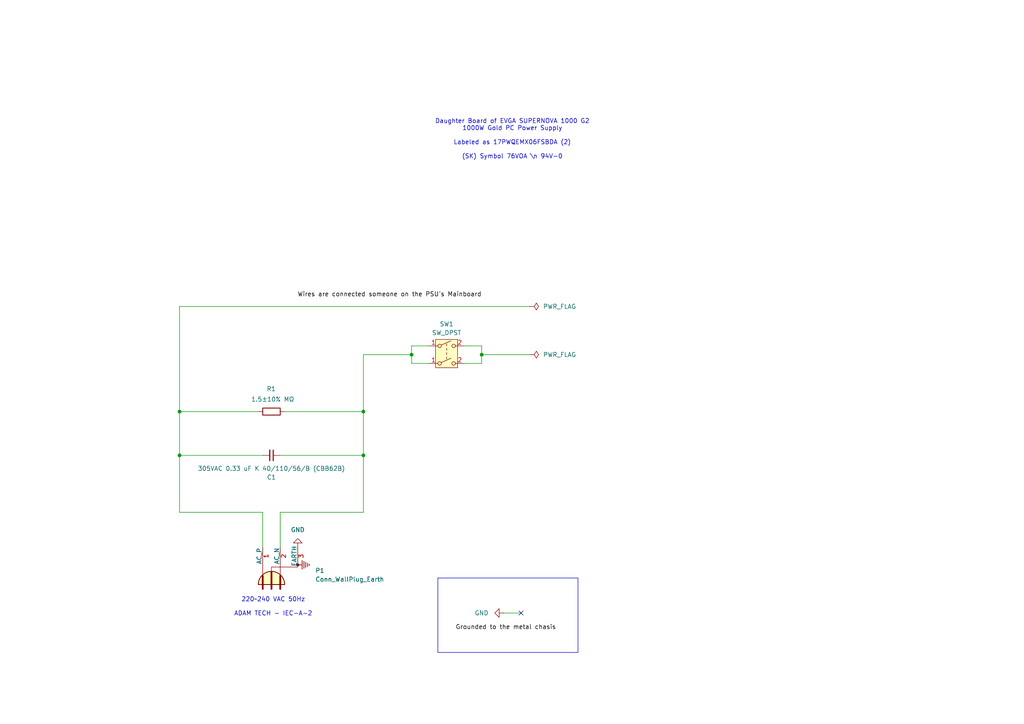
<source format=kicad_sch>
(kicad_sch (version 20231120) (generator "eeschema") (generator_version "8.0")
  (paper "A4")
  (title_block (title "EVGA SUPERNOVA 1000 G2 DAUGHTER BOARD") (date "2024-06-26") (rev "R0"))
  (lib_symbols
    (symbol "Connector:Conn_WallPlug_Earth" (pin_names (offset 0))
      (property "Reference" "P" (at 0 3.81 0))
      (property "Value" "Conn_WallPlug_Earth" (at -5.08 0 90))
      (symbol "Conn_WallPlug_Earth_0_1"
        (arc (start -3.175 -3.81) (mid 0.6184 0) (end -3.175 3.81) (stroke (width 0.254)) (fill (type background)))
        (polyline (pts (xy -4.445 -2.54) (xy -0.635 -2.54)) (stroke (width 0.508)))
        (polyline (pts (xy -4.445 0) (xy 0.508 0)) (stroke (width 0.508)))
        (polyline (pts (xy -4.445 2.54) (xy -0.635 2.54)) (stroke (width 0.508)))
        (polyline (pts (xy -3.175 -3.81) (xy -3.175 3.81)) (stroke (width 0.254)))
        (polyline (pts (xy -0.635 -2.54) (xy 2.54 -2.54)))
        (polyline (pts (xy -0.635 2.54) (xy 2.54 2.54)))
        (polyline (pts (xy 1.524 -9.398) (xy 3.556 -9.398)) (stroke (width 0.2032)))
        (polyline (pts (xy 1.778 -9.906) (xy 3.302 -9.906)) (stroke (width 0.2032)))
        (polyline (pts (xy 2.032 -10.414) (xy 3.048 -10.414)) (stroke (width 0.2032)))
        (polyline (pts (xy 2.286 -10.922) (xy 2.794 -10.922)) (stroke (width 0.2032)))
        (polyline (pts (xy 2.54 -7.62) (xy 2.54 -8.89)) (stroke (width 0.2032)))
        (polyline (pts (xy 3.81 -8.89) (xy 1.27 -8.89)) (stroke (width 0.2032)))
        (polyline (pts (xy 2.54 -7.62) (xy 1.905 -7.62) (xy 1.905 0) (xy -4.445 0)))
        (circle (center 2.54 -7.62) (radius 0.3556) (fill (type outline)))
      )
      (symbol "Conn_WallPlug_Earth_1_1"
        (pin power_out line (at 7.62 2.54 180) (length 5.08) (name "AC_P") (number "1"))
        (pin power_out line (at 7.62 -2.54 180) (length 5.08) (name "AC_N") (number "2"))
        (pin passive line (at 7.62 -7.62 180) (length 5.08) (name "EARTH") (number "3"))
      )
    )
    (symbol "Device:C_Small" (pin_numbers hide) (pin_names (offset 0.254) hide)
      (property "Reference" "C" (at 0.254 1.778 0))
      (property "Value" "C_Small" (at 0.254 -2.032 0))
      (symbol "C_Small_0_1"
        (polyline (pts (xy -1.524 -0.508) (xy 1.524 -0.508)) (stroke (width 0.3302)))
        (polyline (pts (xy -1.524 0.508) (xy 1.524 0.508)) (stroke (width 0.3048)))
      )
      (symbol "C_Small_1_1"
        (pin passive line (at 0 2.54 270) (length 2.032) (name "~") (number "1"))
        (pin passive line (at 0 -2.54 90) (length 2.032) (name "~") (number "2"))
      )
    )
    (symbol "Device:R" (pin_numbers hide) (pin_names (offset 0))
      (property "Reference" "R" (at 2.032 0 90))
      (property "Value" "R" (at 0 0 90))
      (symbol "R_0_1"
        (rectangle (start -1.016 -2.54) (end 1.016 2.54) (stroke (width 0.254)))
      )
      (symbol "R_1_1"
        (pin passive line (at 0 3.81 270) (length 1.27) (name "~") (number "1"))
        (pin passive line (at 0 -3.81 90) (length 1.27) (name "~") (number "2"))
      )
    )
    (symbol "Switch:SW_DPST" (pin_names (offset 0) hide)
      (property "Reference" "SW1" (at 0 8.89 0))
      (property "Value" "SW_DPST" (at 0 6.35 0))
      (symbol "SW_DPST_0_0"
        (circle (center -2.032 -2.54) (radius 0.508))
        (circle (center -2.032 2.54) (radius 0.508))
        (polyline (pts (xy -1.524 -2.286) (xy 1.27 -1.016)))
        (polyline (pts (xy -1.524 2.794) (xy 1.27 4.064)))
        (polyline (pts (xy 0 -1.27) (xy 0 -0.635)))
        (polyline (pts (xy 0 0) (xy 0 0.635)))
        (polyline (pts (xy 0 1.27) (xy 0 1.905)))
        (polyline (pts (xy 0 2.54) (xy 0 3.175)))
        (circle (center 2.032 -2.54) (radius 0.508))
        (circle (center 2.032 2.54) (radius 0.508))
      )
      (symbol "SW_DPST_1_1"
        (rectangle (start -3.175 4.445) (end 3.175 -3.81) (fill (type background)))
        (pin passive line (at -5.08 -2.54 0) (length 2.54) (name "1") (number "1"))
        (pin passive line (at -5.08 2.54 0) (length 2.54) (name "1") (number "1"))
        (pin passive line (at 5.08 -2.54 180) (length 2.54) (name "2") (number "2"))
        (pin passive line (at 5.08 2.54 180) (length 2.54) (name "2") (number "2"))
      )
    )
    (symbol "power:GND" (power) (pin_numbers hide) (pin_names (offset 0) hide)
      (property "Value" "GND" (at 0 -3.81 0))
      (symbol "GND_0_1"
        (polyline (pts (xy 0 0) (xy 0 -1.27) (xy 1.27 -1.27) (xy 0 -2.54) (xy -1.27 -1.27) (xy 0 -1.27)))
      )
      (symbol "GND_1_1"
        (pin power_in line (at 0 0 270) (length 0) (name "~") (number "1"))
      )
    )
    (symbol "power:PWR_FLAG" (power) (pin_numbers hide) (pin_names (offset 0) hide)
      (property "Value" "PWR_FLAG" (at 0 3.81 0))
      (symbol "PWR_FLAG_0_0"
        (pin power_out line (at 0 0 90) (length 0) (name "~") (number "1"))
      )
      (symbol "PWR_FLAG_0_1"
        (polyline (pts (xy 0 0) (xy 0 1.27) (xy -1.016 1.905) (xy 0 2.54) (xy 1.016 1.905) (xy 0 1.27)))
      )
    )
  )
  (junction (at 52.07 119.38))
  (junction (at 119.38 102.87))
  (junction (at 52.07 132.08))
  (junction (at 105.41 119.38))
  (junction (at 105.41 132.08))
  (junction (at 139.7 102.87))
  (no_connect (at 151.13 177.8))
  (wire (pts (xy 139.7 100.33) (xy 139.7 102.87)))
  (wire (pts (xy 105.41 102.87) (xy 119.38 102.87)))
  (wire (pts (xy 119.38 100.33) (xy 124.46 100.33)))
  (wire (pts (xy 76.2 148.59) (xy 76.2 158.75)))
  (wire (pts (xy 52.07 148.59) (xy 52.07 132.08)))
  (wire (pts (xy 153.67 88.9) (xy 52.07 88.9)))
  (wire (pts (xy 119.38 105.41) (xy 124.46 105.41)))
  (wire (pts (xy 146.05 177.8) (xy 151.13 177.8)))
  (wire (pts (xy 134.62 100.33) (xy 139.7 100.33)))
  (wire (pts (xy 105.41 148.59) (xy 105.41 132.08)))
  (wire (pts (xy 105.41 102.87) (xy 105.41 119.38)))
  (wire (pts (xy 139.7 102.87) (xy 139.7 105.41)))
  (wire (pts (xy 52.07 88.9) (xy 52.07 119.38)))
  (wire (pts (xy 52.07 119.38) (xy 52.07 132.08)))
  (wire (pts (xy 52.07 132.08) (xy 76.2 132.08)))
  (wire (pts (xy 105.41 148.59) (xy 81.28 148.59)))
  (wire (pts (xy 119.38 100.33) (xy 119.38 102.87)))
  (wire (pts (xy 82.55 119.38) (xy 105.41 119.38)))
  (wire (pts (xy 81.28 148.59) (xy 81.28 158.75)))
  (wire (pts (xy 52.07 148.59) (xy 76.2 148.59)))
  (wire (pts (xy 139.7 102.87) (xy 153.67 102.87)))
  (wire (pts (xy 81.28 132.08) (xy 105.41 132.08)))
  (wire (pts (xy 105.41 119.38) (xy 105.41 132.08)))
  (wire (pts (xy 134.62 105.41) (xy 139.7 105.41)))
  (wire (pts (xy 119.38 102.87) (xy 119.38 105.41)))
  (wire (pts (xy 52.07 119.38) (xy 74.93 119.38)))
  (rectangle (start 127 167.64) (end 167.64 189.23))
  (text "Daughter Board of EVGA SUPERNOVA 1000 G2\n1000W Gold PC Power Supply\n\nLabeled as 17PWQEMX06FSBDA (2)\n\n(SK) Symbol 76VOA \\n 94V-0" (at 148.59 40.386 0) (effects (font (size 1.27 1.27))))
  (text "220~240 VAC 50Hz\n\nADAM TECH - IEC-A-2" (at 79.248 176.022 0) (effects (font (size 1.27 1.27))))
  (label "Wires are connected someone on the PSU's Mainboard" (at 139.7 86.36 180))
  (label "Grounded to the metal chasis" (at 161.29 182.88 180))
  (symbol (lib_id "power:GND") (at 86.36 158.75 180) (unit 1)
    (property "Reference" "#PWR01" (effects (hide yes)))
    (property "Value" "GND" (at 86.36 153.67 0))
    (property "Description" "Power symbol creates a global label with name \"GND\" , ground" (effects (hide yes)))
  )
  (symbol (lib_id "Connector:Conn_WallPlug_Earth") (at 78.74 166.37 90) (unit 1)
    (property "Reference" "P1" (at 91.44 165.4936 90) (effects (justify right)))
    (property "Value" "Conn_WallPlug_Earth" (at 91.44 168.0336 90) (effects (justify right)))
    (property "Footprint" "EVGA:IEC_320-C14_Panel_Mount" (effects (hide yes)))
    (property "Description" "3-pin general wall plug, with Earth wire (110VAC, 220VAC)" (effects (hide yes)))
  )
  (symbol (lib_id "power:PWR_FLAG") (at 153.67 88.9 270) (unit 1)
    (property "Reference" "#FLG02" (effects (hide yes)))
    (property "Value" "PWR_FLAG" (at 157.48 88.8999 90) (effects (justify left)))
    (property "Description" "Special symbol for telling ERC where power comes from" (effects (hide yes)))
  )
  (symbol (lib_id "power:GND") (at 146.05 177.8 270) (unit 1)
    (property "Reference" "#PWR03" (effects (hide yes)))
    (property "Value" "GND" (at 141.732 177.8 90) (effects (justify right)))
    (property "Description" "Power symbol creates a global label with name \"GND\" , ground" (effects (hide yes)))
  )
  (symbol (lib_id "Device:R") (at 78.74 119.38 90) (unit 1)
    (property "Reference" "R1" (at 80.01 112.776 90) (effects (justify left)))
    (property "Value" "1.5±10% MΩ " (at 86.36 115.824 90) (effects (justify left)))
    (property "Footprint" "Resistor_THT:R_Axial_DIN0204_L3.6mm_D1.6mm_P5.08mm_Horizontal" (effects (hide yes)))
    (property "Description" "Resistor" (effects (hide yes)))
  )
  (symbol (lib_id "Switch:SW_DPST") (at 129.54 102.87 0) (unit 1)
    (property "Reference" "SW1" (at 129.54 93.98 0))
    (property "Value" "SW_DPST" (at 129.54 96.52 0))
    (property "Footprint" "EVGA:EVGA_Switch" (effects (hide yes)))
    (property "Description" "Double Pole Single Throw (DPST) Switch" (effects (hide yes)))
  )
  (symbol (lib_id "Device:C_Small") (at 78.74 132.08 270) (unit 1)
    (property "Reference" "C1" (at 78.7337 138.43 90))
    (property "Value" "305VAC 0.33 uF K 40/110/56/B (CBB62B)" (at 78.7337 135.89 90))
    (property "Footprint" "EVGA:FTK_Capacitor" (effects (hide yes)))
    (property "Description" "Unpolarized capacitor, small symbol" (effects (hide yes)))
  )
  (symbol (lib_id "power:PWR_FLAG") (at 153.67 102.87 270) (unit 1)
    (property "Reference" "#FLG01" (effects (hide yes)))
    (property "Value" "PWR_FLAG" (at 157.48 102.8699 90) (effects (justify left)))
    (property "Description" "Special symbol for telling ERC where power comes from" (effects (hide yes)))
  )
)
</source>
